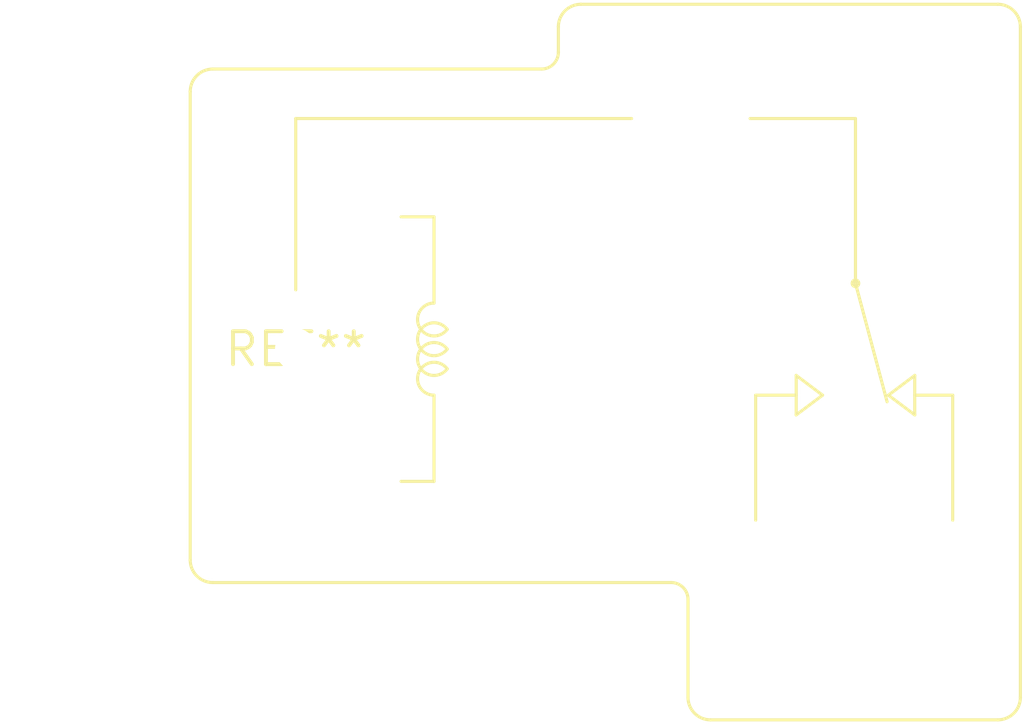
<source format=kicad_pcb>
(kicad_pcb (version 20240108) (generator pcbnew)
  (layers (0 "F.Cu" signal) (31 "B.Cu" signal) (34 "B.Paste" user) (35 "F.Paste" user) (36 "B.SilkS" user "B.Silkscreen") (37 "F.SilkS" user "F.Silkscreen") (38 "B.Mask" user) (39 "F.Mask" user) (44 "Edge.Cuts" user))
  (net 0 "")
  (footprint "Relay_SPDT_RAYEX-L90" (layer "F.Cu") (at 0 0)
    (property "Reference" "REF**")
    (property "Value" "Relay_SPDT_RAYEX-L90")
    (fp_line (start -4.07 -9.94) (end -4.07 8.14) (layer "F.SilkS") (stroke (width 0.12)))
    (fp_line (start -3.2 -10.81) (end 9.48 -10.81) (layer "F.SilkS") (stroke (width 0.12)))
    (fp_line (start -3.2 9.01) (end 14.48 9.01) (layer "F.SilkS") (stroke (width 0.12)))
    (fp_line (start 0 -8.9) (end 0 -2.286) (layer "F.SilkS") (stroke (width 0.12)))
    (fp_line (start 0 -8.9) (end 12.954 -8.9) (layer "F.SilkS") (stroke (width 0.12)))
    (fp_line (start 4.064 -5.1054) (end 5.334 -5.1054) (layer "F.SilkS") (stroke (width 0.12)))
    (fp_line (start 5.334 -1.778) (end 5.334 -5.1054) (layer "F.SilkS") (stroke (width 0.12)))
    (fp_line (start 5.334 5.1054) (end 4.064 5.1054) (layer "F.SilkS") (stroke (width 0.12)))
    (fp_line (start 5.334002 5.105397) (end 5.334002 1.777997) (layer "F.SilkS") (stroke (width 0.12)))
    (fp_line (start 10.13 -12.44) (end 10.13 -11.46) (layer "F.SilkS") (stroke (width 0.12)))
    (fp_line (start 11 -13.31) (end 27.08 -13.31) (layer "F.SilkS") (stroke (width 0.12)))
    (fp_line (start 15.13 9.66) (end 15.13 13.44) (layer "F.SilkS") (stroke (width 0.12)))
    (fp_line (start 16 14.31) (end 27.08 14.31) (layer "F.SilkS") (stroke (width 0.12)))
    (fp_line (start 17.74 1.778) (end 19.304 1.778) (layer "F.SilkS") (stroke (width 0.12)))
    (fp_line (start 17.74 6.604) (end 17.74 1.778) (layer "F.SilkS") (stroke (width 0.12)))
    (fp_line (start 19.304 1.016) (end 19.304 2.54) (layer "F.SilkS") (stroke (width 0.12)))
    (fp_line (start 19.304 2.54) (end 20.32 1.778) (layer "F.SilkS") (stroke (width 0.12)))
    (fp_line (start 20.32 1.778) (end 19.304 1.016) (layer "F.SilkS") (stroke (width 0.12)))
    (fp_line (start 21.59 -8.9) (end 17.526 -8.9) (layer "F.SilkS") (stroke (width 0.12)))
    (fp_line (start 21.59 -2.54) (end 21.59 -8.9) (layer "F.SilkS") (stroke (width 0.12)))
    (fp_line (start 21.59 -2.54) (end 22.8092 2.032) (layer "F.SilkS") (stroke (width 0.12)))
    (fp_line (start 22.86 1.778) (end 23.876 1.016) (layer "F.SilkS") (stroke (width 0.12)))
    (fp_line (start 23.876 1.778) (end 25.34 1.778) (layer "F.SilkS") (stroke (width 0.12)))
    (fp_line (start 23.876 2.54) (end 22.86 1.778) (layer "F.SilkS") (stroke (width 0.12)))
    (fp_line (start 23.876 2.54) (end 23.876 1.016) (layer "F.SilkS") (stroke (width 0.12)))
    (fp_line (start 25.34 1.778) (end 25.34 6.604) (layer "F.SilkS") (stroke (width 0.12)))
    (fp_line (start 27.95 -12.44) (end 27.95 13.44) (layer "F.SilkS") (stroke (width 0.12)))
    (fp_arc (start -4.07 -9.94) (mid -3.815183 -10.555183) (end -3.2 -10.81) (layer "F.SilkS") (stroke (width 0.12)))
    (fp_arc (start -3.2 9.01) (mid -3.815183 8.755183) (end -4.07 8.14) (layer "F.SilkS") (stroke (width 0.12)))
    (fp_arc (start 5.334002 1.777997) (mid 4.765966 0.859166) (end 5.841802 0.76173) (layer "F.SilkS") (stroke (width 0.12)))
    (fp_arc (start 5.8418 -0.761733) (mid 4.765964 -0.859168) (end 5.334 -1.778) (layer "F.SilkS") (stroke (width 0.12)))
    (fp_arc (start 5.842265 -0.000355) (mid 4.699002 -0.38078) (end 5.842 -0.762001) (layer "F.SilkS") (stroke (width 0.12)))
    (fp_arc (start 5.842266 0.761644) (mid 4.699003 0.381219) (end 5.842001 -2e-06) (layer "F.SilkS") (stroke (width 0.12)))
    (fp_arc (start 10.13 -12.44) (mid 10.384817 -13.055183) (end 11 -13.31) (layer "F.SilkS") (stroke (width 0.12)))
    (fp_arc (start 10.13 -11.46) (mid 9.939619 -11.000381) (end 9.48 -10.81) (layer "F.SilkS") (stroke (width 0.12)))
    (fp_arc (start 14.48 9.01) (mid 14.939619 9.200381) (end 15.13 9.66) (layer "F.SilkS") (stroke (width 0.12)))
    (fp_arc (start 16 14.31) (mid 15.384817 14.055183) (end 15.13 13.44) (layer "F.SilkS") (stroke (width 0.12)))
    (fp_arc (start 27.08 -13.31) (mid 27.695183 -13.055183) (end 27.95 -12.44) (layer "F.SilkS") (stroke (width 0.12)))
    (fp_arc (start 27.95 13.44) (mid 27.695183 14.055183) (end 27.08 14.31) (layer "F.SilkS") (stroke (width 0.12)))
    (fp_circle (center 21.59 -2.54) (end 21.59 -2.413) (layer "F.SilkS") (stroke (width 0.12)) (fill none))
    (pad "11A" thru_hole circle (at 0 0 180) (size 3 3) (drill 1.6) (layers *.Cu *.Mask) (remove_unused_layers))
    (pad "11B" thru_hole circle (at 15.2 -8.9 180) (size 3 3) (drill 1.6) (layers *.Cu *.Mask) (remove_unused_layers))
    (pad "12" thru_hole circle (at 25.34 8.9 180) (size 3 3) (drill 1.6) (layers *.Cu *.Mask) (remove_unused_layers))
    (pad "14" thru_hole circle (at 17.74 8.9 180) (size 3 3) (drill 1.6) (layers *.Cu *.Mask) (remove_unused_layers))
    (pad "A1" thru_hole roundrect (at 2.54 -5.1 180) (size 2 2) (drill 1.1) (layers *.Cu *.Mask) (remove_unused_layers))
    (pad "A2" thru_hole circle (at 2.54 5.1 180) (size 2 2) (drill 1.1) (layers *.Cu *.Mask) (remove_unused_layers))
  )
)
</source>
